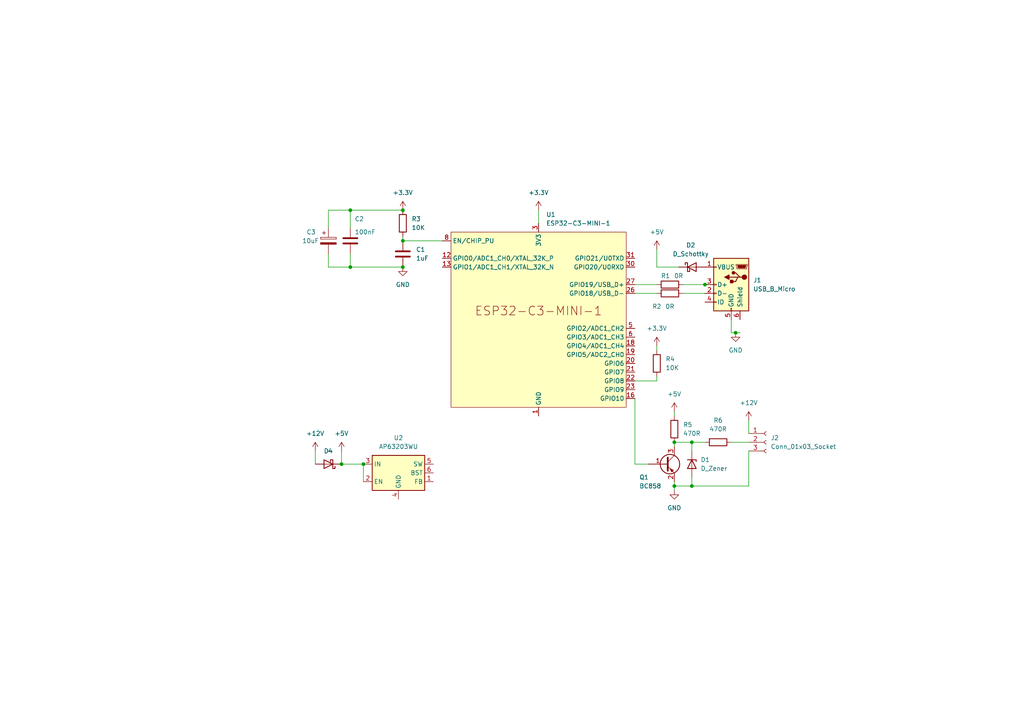
<source format=kicad_sch>
(kicad_sch (version 20230121) (generator eeschema)
  (paper "A4")
  (lib_symbols
    (symbol "Connector:Conn_01x03_Socket" (pin_names (offset 1.016) hide)
      (property "Reference" "J" (at 0 5.08 0))
      (property "Value" "Conn_01x03_Socket" (at 0 -5.08 0))
      (symbol "Conn_01x03_Socket_1_1"
        (arc (start 0 -2.032) (mid -0.5058 -2.54) (end 0 -3.048) (stroke (width 0.1524)))
        (polyline (pts (xy -1.27 -2.54) (xy -0.508 -2.54)) (stroke (width 0.1524)))
        (polyline (pts (xy -1.27 0) (xy -0.508 0)) (stroke (width 0.1524)))
        (polyline (pts (xy -1.27 2.54) (xy -0.508 2.54)) (stroke (width 0.1524)))
        (arc (start 0 0.508) (mid -0.5058 0) (end 0 -0.508) (stroke (width 0.1524)))
        (arc (start 0 3.048) (mid -0.5058 2.54) (end 0 2.032) (stroke (width 0.1524)))
        (pin passive line (at -5.08 2.54 0) (length 3.81) (name "Pin_1") (number "1"))
        (pin passive line (at -5.08 0 0) (length 3.81) (name "Pin_2") (number "2"))
        (pin passive line (at -5.08 -2.54 0) (length 3.81) (name "Pin_3") (number "3"))
      )
    )
    (symbol "Connector:USB_B_Micro" (pin_names (offset 1.016))
      (property "Reference" "J" (at -5.08 11.43 0))
      (property "Value" "USB_B_Micro" (at -5.08 8.89 0))
      (symbol "USB_B_Micro_0_1"
        (rectangle (start -5.08 -7.62) (end 5.08 7.62) (stroke (width 0.254)) (fill (type background)))
        (circle (center -3.81 2.159) (radius 0.635) (stroke (width 0.254)) (fill (type outline)))
        (circle (center -0.635 3.429) (radius 0.381) (stroke (width 0.254)) (fill (type outline)))
        (rectangle (start -0.127 -7.62) (end 0.127 -6.858))
        (polyline (pts (xy -1.905 2.159) (xy 0.635 2.159)) (stroke (width 0.254)))
        (polyline (pts (xy -3.175 2.159) (xy -2.54 2.159) (xy -1.27 3.429) (xy -0.635 3.429)) (stroke (width 0.254)))
        (polyline (pts (xy -2.54 2.159) (xy -1.905 2.159) (xy -1.27 0.889) (xy 0 0.889)) (stroke (width 0.254)))
        (polyline (pts (xy 0.635 2.794) (xy 0.635 1.524) (xy 1.905 2.159) (xy 0.635 2.794)) (stroke (width 0.254)) (fill (type outline)))
        (polyline (pts (xy -4.318 5.588) (xy -1.778 5.588) (xy -2.032 4.826) (xy -4.064 4.826) (xy -4.318 5.588)) (fill (type outline)))
        (polyline (pts (xy -4.699 5.842) (xy -4.699 5.588) (xy -4.445 4.826) (xy -4.445 4.572) (xy -1.651 4.572) (xy -1.651 4.826) (xy -1.397 5.588) (xy -1.397 5.842) (xy -4.699 5.842)))
        (rectangle (start 0.254 1.27) (end -0.508 0.508) (stroke (width 0.254)) (fill (type outline)))
        (rectangle (start 5.08 -5.207) (end 4.318 -4.953))
        (rectangle (start 5.08 -2.667) (end 4.318 -2.413))
        (rectangle (start 5.08 -0.127) (end 4.318 0.127))
        (rectangle (start 5.08 4.953) (end 4.318 5.207))
      )
      (symbol "USB_B_Micro_1_1"
        (pin power_out line (at 7.62 5.08 180) (length 2.54) (name "VBUS") (number "1"))
        (pin bidirectional line (at 7.62 -2.54 180) (length 2.54) (name "D-") (number "2"))
        (pin bidirectional line (at 7.62 0 180) (length 2.54) (name "D+") (number "3"))
        (pin passive line (at 7.62 -5.08 180) (length 2.54) (name "ID") (number "4"))
        (pin power_out line (at 0 -10.16 90) (length 2.54) (name "GND") (number "5"))
        (pin passive line (at -2.54 -10.16 90) (length 2.54) (name "Shield") (number "6"))
      )
    )
    (symbol "Device:C" (pin_numbers hide) (pin_names (offset 0.254))
      (property "Reference" "C" (at 0.635 2.54 0))
      (property "Value" "C" (at 0.635 -2.54 0))
      (symbol "C_0_1"
        (polyline (pts (xy -2.032 -0.762) (xy 2.032 -0.762)) (stroke (width 0.508)))
        (polyline (pts (xy -2.032 0.762) (xy 2.032 0.762)) (stroke (width 0.508)))
      )
      (symbol "C_1_1"
        (pin passive line (at 0 3.81 270) (length 2.794) (name "~") (number "1"))
        (pin passive line (at 0 -3.81 90) (length 2.794) (name "~") (number "2"))
      )
    )
    (symbol "Device:C_Polarized" (pin_numbers hide) (pin_names (offset 0.254))
      (property "Reference" "C" (at 0.635 2.54 0))
      (property "Value" "C_Polarized" (at 0.635 -2.54 0))
      (symbol "C_Polarized_0_1"
        (rectangle (start -2.286 0.508) (end 2.286 1.016))
        (polyline (pts (xy -1.778 2.286) (xy -0.762 2.286)))
        (polyline (pts (xy -1.27 2.794) (xy -1.27 1.778)))
        (rectangle (start 2.286 -0.508) (end -2.286 -1.016) (fill (type outline)))
      )
      (symbol "C_Polarized_1_1"
        (pin passive line (at 0 3.81 270) (length 2.794) (name "~") (number "1"))
        (pin passive line (at 0 -3.81 90) (length 2.794) (name "~") (number "2"))
      )
    )
    (symbol "Device:D_Schottky" (pin_numbers hide) (pin_names (offset 1.016) hide)
      (property "Reference" "D" (at 0 2.54 0))
      (property "Value" "D_Schottky" (at 0 -2.54 0))
      (symbol "D_Schottky_0_1"
        (polyline (pts (xy 1.27 0) (xy -1.27 0)))
        (polyline (pts (xy 1.27 1.27) (xy 1.27 -1.27) (xy -1.27 0) (xy 1.27 1.27)) (stroke (width 0.254)))
        (polyline (pts (xy -1.905 0.635) (xy -1.905 1.27) (xy -1.27 1.27) (xy -1.27 -1.27) (xy -0.635 -1.27) (xy -0.635 -0.635)) (stroke (width 0.254)))
      )
      (symbol "D_Schottky_1_1"
        (pin passive line (at -3.81 0 0) (length 2.54) (name "K") (number "1"))
        (pin passive line (at 3.81 0 180) (length 2.54) (name "A") (number "2"))
      )
    )
    (symbol "Device:D_Zener" (pin_numbers hide) (pin_names (offset 1.016) hide)
      (property "Reference" "D" (at 0 2.54 0))
      (property "Value" "D_Zener" (at 0 -2.54 0))
      (symbol "D_Zener_0_1"
        (polyline (pts (xy 1.27 0) (xy -1.27 0)))
        (polyline (pts (xy -1.27 -1.27) (xy -1.27 1.27) (xy -0.762 1.27)) (stroke (width 0.254)))
        (polyline (pts (xy 1.27 -1.27) (xy 1.27 1.27) (xy -1.27 0) (xy 1.27 -1.27)) (stroke (width 0.254)))
      )
      (symbol "D_Zener_1_1"
        (pin passive line (at -3.81 0 0) (length 2.54) (name "K") (number "1"))
        (pin passive line (at 3.81 0 180) (length 2.54) (name "A") (number "2"))
      )
    )
    (symbol "Device:R" (pin_numbers hide) (pin_names (offset 0))
      (property "Reference" "R" (at 2.032 0 90))
      (property "Value" "R" (at 0 0 90))
      (symbol "R_0_1"
        (rectangle (start -1.016 -2.54) (end 1.016 2.54) (stroke (width 0.254)))
      )
      (symbol "R_1_1"
        (pin passive line (at 0 3.81 270) (length 1.27) (name "~") (number "1"))
        (pin passive line (at 0 -3.81 90) (length 1.27) (name "~") (number "2"))
      )
    )
    (symbol "PCM_Espressif:ESP32-C3-MINI-1"
      (property "Reference" "U" (at -25.4 30.48 0))
      (property "Value" "ESP32-C3-MINI-1" (at -25.4 27.94 0))
      (symbol "ESP32-C3-MINI-1_0_0"
        (text "ESP32-C3-MINI-1" (at 0 2.54 0) (effects (font (size 2.54 2.54))))
      )
      (symbol "ESP32-C3-MINI-1_0_1"
        (rectangle (start -25.4 25.4) (end 25.4 -25.4) (fill (type background)))
      )
      (symbol "ESP32-C3-MINI-1_1_1"
        (pin power_in line (at 0 -27.94 90) (length 2.54) (name "GND") (number "1"))
        (pin no_connect line (at -25.4 2.54 0) (length 2.54) hide (name "NC") (number "10"))
        (pin passive line (at 0 -27.94 90) (length 2.54) hide (name "GND") (number "11"))
        (pin bidirectional line (at -27.94 17.78 0) (length 2.54) (name "GPIO0/ADC1_CH0/XTAL_32K_P") (number "12"))
        (pin bidirectional line (at -27.94 15.24 0) (length 2.54) (name "GPIO1/ADC1_CH1/XTAL_32K_N") (number "13"))
        (pin passive line (at 0 -27.94 90) (length 2.54) hide (name "GND") (number "14"))
        (pin no_connect line (at -25.4 0 0) (length 2.54) hide (name "NC") (number "15"))
        (pin bidirectional line (at 27.94 -22.86 180) (length 2.54) (name "GPIO10") (number "16"))
        (pin no_connect line (at -25.4 -2.54 0) (length 2.54) hide (name "NC") (number "17"))
        (pin bidirectional line (at 27.94 -7.62 180) (length 2.54) (name "GPIO4/ADC1_CH4") (number "18"))
        (pin bidirectional line (at 27.94 -10.16 180) (length 2.54) (name "GPIO5/ADC2_CH0") (number "19"))
        (pin passive line (at 0 -27.94 90) (length 2.54) hide (name "GND") (number "2"))
        (pin bidirectional line (at 27.94 -12.7 180) (length 2.54) (name "GPIO6") (number "20"))
        (pin bidirectional line (at 27.94 -15.24 180) (length 2.54) (name "GPIO7") (number "21"))
        (pin bidirectional line (at 27.94 -17.78 180) (length 2.54) (name "GPIO8") (number "22"))
        (pin bidirectional line (at 27.94 -20.32 180) (length 2.54) (name "GPIO9") (number "23"))
        (pin no_connect line (at -25.4 -5.08 0) (length 2.54) hide (name "NC") (number "24"))
        (pin no_connect line (at -25.4 -7.62 0) (length 2.54) hide (name "NC") (number "25"))
        (pin bidirectional line (at 27.94 7.62 180) (length 2.54) (name "GPIO18/USB_D-") (number "26"))
        (pin bidirectional line (at 27.94 10.16 180) (length 2.54) (name "GPIO19/USB_D+") (number "27"))
        (pin no_connect line (at -25.4 -10.16 0) (length 2.54) hide (name "NC") (number "28"))
        (pin no_connect line (at -25.4 -12.7 0) (length 2.54) hide (name "NC") (number "29"))
        (pin power_in line (at 0 27.94 270) (length 2.54) (name "3V3") (number "3"))
        (pin bidirectional line (at 27.94 15.24 180) (length 2.54) (name "GPIO20/U0RXD") (number "30"))
        (pin bidirectional line (at 27.94 17.78 180) (length 2.54) (name "GPIO21/U0TXD") (number "31"))
        (pin no_connect line (at -25.4 -15.24 0) (length 2.54) hide (name "NC") (number "32"))
        (pin no_connect line (at -25.4 -17.78 0) (length 2.54) hide (name "NC") (number "33"))
        (pin no_connect line (at -25.4 -20.32 0) (length 2.54) hide (name "NC") (number "34"))
        (pin no_connect line (at -25.4 -22.86 0) (length 2.54) hide (name "NC") (number "35"))
        (pin passive line (at 0 -27.94 90) (length 2.54) hide (name "GND") (number "36"))
        (pin passive line (at 0 -27.94 90) (length 2.54) hide (name "GND") (number "37"))
        (pin passive line (at 0 -27.94 90) (length 2.54) hide (name "GND") (number "38"))
        (pin passive line (at 0 -27.94 90) (length 2.54) hide (name "GND") (number "39"))
        (pin no_connect line (at -25.4 10.16 0) (length 2.54) hide (name "NC") (number "4"))
        (pin passive line (at 0 -27.94 90) (length 2.54) hide (name "GND") (number "40"))
        (pin passive line (at 0 -27.94 90) (length 2.54) hide (name "GND") (number "41"))
        (pin passive line (at 0 -27.94 90) (length 2.54) hide (name "GND") (number "42"))
        (pin passive line (at 0 -27.94 90) (length 2.54) hide (name "GND") (number "43"))
        (pin passive line (at 0 -27.94 90) (length 2.54) hide (name "GND") (number "44"))
        (pin passive line (at 0 -27.94 90) (length 2.54) hide (name "GND") (number "45"))
        (pin passive line (at 0 -27.94 90) (length 2.54) hide (name "GND") (number "46"))
        (pin passive line (at 0 -27.94 90) (length 2.54) hide (name "GND") (number "47"))
        (pin passive line (at 0 -27.94 90) (length 2.54) hide (name "GND") (number "48"))
        (pin passive line (at 0 -27.94 90) (length 2.54) hide (name "GND") (number "49"))
        (pin bidirectional line (at 27.94 -2.54 180) (length 2.54) (name "GPIO2/ADC1_CH2") (number "5"))
        (pin passive line (at 0 -27.94 90) (length 2.54) hide (name "GND") (number "50"))
        (pin passive line (at 0 -27.94 90) (length 2.54) hide (name "GND") (number "51"))
        (pin passive line (at 0 -27.94 90) (length 2.54) hide (name "GND") (number "52"))
        (pin passive line (at 0 -27.94 90) (length 2.54) hide (name "GND") (number "53"))
        (pin bidirectional line (at 27.94 -5.08 180) (length 2.54) (name "GPIO3/ADC1_CH3") (number "6"))
        (pin no_connect line (at -25.4 7.62 0) (length 2.54) hide (name "NC") (number "7"))
        (pin input line (at -27.94 22.86 0) (length 2.54) (name "EN/CHIP_PU") (number "8"))
        (pin no_connect line (at -25.4 5.08 0) (length 2.54) hide (name "NC") (number "9"))
      )
    )
    (symbol "Regulator_Switching:AP63203WU"
      (property "Reference" "U" (at -7.62 6.35 0))
      (property "Value" "AP63203WU" (at 2.54 6.35 0))
      (symbol "AP63203WU_0_1"
        (rectangle (start -7.62 5.08) (end 7.62 -5.08) (stroke (width 0.254)) (fill (type background)))
      )
      (symbol "AP63203WU_1_1"
        (pin input line (at 10.16 -2.54 180) (length 2.54) (name "FB") (number "1"))
        (pin input line (at -10.16 -2.54 0) (length 2.54) (name "EN") (number "2"))
        (pin power_in line (at -10.16 2.54 0) (length 2.54) (name "IN") (number "3"))
        (pin power_in line (at 0 -7.62 90) (length 2.54) (name "GND") (number "4"))
        (pin output line (at 10.16 2.54 180) (length 2.54) (name "SW") (number "5"))
        (pin passive line (at 10.16 0 180) (length 2.54) (name "BST") (number "6"))
      )
    )
    (symbol "Transistor_BJT:BC858" (pin_names (offset 0) hide)
      (property "Reference" "Q" (at 5.08 1.905 0))
      (property "Value" "BC858" (at 5.08 0 0))
      (symbol "BC858_0_1"
        (polyline (pts (xy 0.635 0.635) (xy 2.54 2.54)))
        (polyline (pts (xy 0.635 -0.635) (xy 2.54 -2.54) (xy 2.54 -2.54)))
        (polyline (pts (xy 0.635 1.905) (xy 0.635 -1.905) (xy 0.635 -1.905)) (stroke (width 0.508)))
        (polyline (pts (xy 2.286 -1.778) (xy 1.778 -2.286) (xy 1.27 -1.27) (xy 2.286 -1.778) (xy 2.286 -1.778)) (fill (type outline)))
        (circle (center 1.27 0) (radius 2.8194) (stroke (width 0.254)))
      )
      (symbol "BC858_1_1"
        (pin input line (at -5.08 0 0) (length 5.715) (name "B") (number "1"))
        (pin passive line (at 2.54 -5.08 90) (length 2.54) (name "E") (number "2"))
        (pin passive line (at 2.54 5.08 270) (length 2.54) (name "C") (number "3"))
      )
    )
    (symbol "power:+12V" (power) (pin_names (offset 0))
      (property "Value" "+12V" (at 0 3.556 0))
      (symbol "+12V_0_1"
        (polyline (pts (xy -0.762 1.27) (xy 0 2.54)))
        (polyline (pts (xy 0 0) (xy 0 2.54)))
        (polyline (pts (xy 0 2.54) (xy 0.762 1.27)))
      )
      (symbol "+12V_1_1"
        (pin power_in line (at 0 0 90) (length 0) hide (name "+12V") (number "1"))
      )
    )
    (symbol "power:+3.3V" (power) (pin_names (offset 0))
      (property "Value" "+3.3V" (at 0 3.556 0))
      (symbol "+3.3V_0_1"
        (polyline (pts (xy -0.762 1.27) (xy 0 2.54)))
        (polyline (pts (xy 0 0) (xy 0 2.54)))
        (polyline (pts (xy 0 2.54) (xy 0.762 1.27)))
      )
      (symbol "+3.3V_1_1"
        (pin power_in line (at 0 0 90) (length 0) hide (name "+3.3V") (number "1"))
      )
    )
    (symbol "power:+5V" (power) (pin_names (offset 0))
      (property "Value" "+5V" (at 0 3.556 0))
      (symbol "+5V_0_1"
        (polyline (pts (xy -0.762 1.27) (xy 0 2.54)))
        (polyline (pts (xy 0 0) (xy 0 2.54)))
        (polyline (pts (xy 0 2.54) (xy 0.762 1.27)))
      )
      (symbol "+5V_1_1"
        (pin power_in line (at 0 0 90) (length 0) hide (name "+5V") (number "1"))
      )
    )
    (symbol "power:GND" (power) (pin_names (offset 0))
      (property "Value" "GND" (at 0 -3.81 0))
      (symbol "GND_0_1"
        (polyline (pts (xy 0 0) (xy 0 -1.27) (xy 1.27 -1.27) (xy 0 -2.54) (xy -1.27 -1.27) (xy 0 -1.27)))
      )
      (symbol "GND_1_1"
        (pin power_in line (at 0 0 270) (length 0) hide (name "GND") (number "1"))
      )
    )
  )
  (junction (at 204.47 82.55))
  (junction (at 195.58 128.27))
  (junction (at 101.6 77.47))
  (junction (at 213.36 96.52))
  (junction (at 116.84 77.47))
  (junction (at 105.41 134.62))
  (junction (at 195.58 140.97))
  (junction (at 116.84 69.85))
  (junction (at 200.66 140.97))
  (junction (at 101.6 60.96))
  (junction (at 99.06 134.62))
  (junction (at 116.84 60.96))
  (junction (at 200.66 128.27))
  (wire (pts (xy 196.85 77.47) (xy 190.5 77.47)))
  (wire (pts (xy 190.5 77.47) (xy 190.5 72.39)))
  (wire (pts (xy 99.06 134.62) (xy 105.41 134.62)))
  (wire (pts (xy 195.58 128.27) (xy 195.58 129.54)))
  (wire (pts (xy 195.58 139.7) (xy 195.58 140.97)))
  (wire (pts (xy 217.17 121.92) (xy 217.17 125.73)))
  (wire (pts (xy 101.6 77.47) (xy 116.84 77.47)))
  (wire (pts (xy 200.66 138.43) (xy 200.66 140.97)))
  (wire (pts (xy 195.58 140.97) (xy 195.58 142.24)))
  (wire (pts (xy 195.58 128.27) (xy 200.66 128.27)))
  (wire (pts (xy 116.84 69.85) (xy 116.84 68.58)))
  (wire (pts (xy 217.17 130.81) (xy 217.17 140.97)))
  (wire (pts (xy 95.25 73.66) (xy 95.25 77.47)))
  (wire (pts (xy 212.09 96.52) (xy 213.36 96.52)))
  (wire (pts (xy 190.5 109.22) (xy 190.5 110.49)))
  (wire (pts (xy 95.25 77.47) (xy 101.6 77.47)))
  (wire (pts (xy 200.66 128.27) (xy 204.47 128.27)))
  (wire (pts (xy 184.15 85.09) (xy 190.5 85.09)))
  (wire (pts (xy 184.15 134.62) (xy 184.15 115.57)))
  (wire (pts (xy 190.5 100.33) (xy 190.5 101.6)))
  (wire (pts (xy 101.6 60.96) (xy 101.6 66.04)))
  (wire (pts (xy 190.5 82.55) (xy 184.15 82.55)))
  (wire (pts (xy 101.6 60.96) (xy 116.84 60.96)))
  (wire (pts (xy 195.58 119.38) (xy 195.58 120.65)))
  (wire (pts (xy 212.09 128.27) (xy 217.17 128.27)))
  (wire (pts (xy 204.47 82.55) (xy 205.74 82.55)))
  (wire (pts (xy 212.09 92.71) (xy 212.09 96.52)))
  (wire (pts (xy 200.66 140.97) (xy 195.58 140.97)))
  (wire (pts (xy 214.63 96.52) (xy 213.36 96.52)))
  (wire (pts (xy 184.15 110.49) (xy 190.5 110.49)))
  (wire (pts (xy 91.44 130.81) (xy 91.44 134.62)))
  (wire (pts (xy 217.17 140.97) (xy 200.66 140.97)))
  (wire (pts (xy 198.12 82.55) (xy 204.47 82.55)))
  (wire (pts (xy 187.96 134.62) (xy 184.15 134.62)))
  (wire (pts (xy 198.12 85.09) (xy 204.47 85.09)))
  (wire (pts (xy 105.41 134.62) (xy 105.41 139.7)))
  (wire (pts (xy 101.6 73.66) (xy 101.6 77.47)))
  (wire (pts (xy 95.25 60.96) (xy 101.6 60.96)))
  (wire (pts (xy 95.25 66.04) (xy 95.25 60.96)))
  (wire (pts (xy 99.06 130.81) (xy 99.06 134.62)))
  (wire (pts (xy 128.27 69.85) (xy 116.84 69.85)))
  (wire (pts (xy 200.66 128.27) (xy 200.66 130.81)))
  (wire (pts (xy 156.21 60.96) (xy 156.21 64.77)))
  (symbol (lib_id "Device:D_Schottky") (at 95.25 134.62 180) (unit 1)
    (property "Reference" "D4" (at 95.25 130.81 0))
    (property "Value" "~" (at 95.5675 130.81 0))
  )
  (symbol (lib_id "Connector:USB_B_Micro") (at 212.09 82.55 0) (mirror y) (unit 1)
    (property "Reference" "J1" (at 218.44 81.28 0) (effects (justify right)))
    (property "Value" "USB_B_Micro" (at 218.44 83.82 0) (effects (justify right)))
  )
  (symbol (lib_id "power:+12V") (at 91.44 130.81 0) (unit 1)
    (property "Reference" "#PWR014" (effects hide))
    (property "Value" "+12V" (at 91.44 125.73 0))
  )
  (symbol (lib_id "power:+3.3V") (at 190.5 100.33 0) (unit 1)
    (property "Reference" "#PWR05" (effects hide))
    (property "Value" "+3.3V" (at 190.5 95.25 0))
  )
  (symbol (lib_id "Device:R") (at 195.58 124.46 180) (unit 1)
    (property "Reference" "R5" (at 198.12 123.19 0) (effects (justify right)))
    (property "Value" "470R" (at 198.12 125.73 0) (effects (justify right)))
  )
  (symbol (lib_id "power:+3.3V") (at 156.21 60.96 0) (unit 1)
    (property "Reference" "#PWR03" (effects hide))
    (property "Value" "+3.3V" (at 156.21 55.88 0))
  )
  (symbol (lib_id "Device:R") (at 194.31 85.09 90) (unit 1)
    (property "Reference" "R2" (at 190.5 88.9 90))
    (property "Value" "0R" (at 194.31 88.9 90))
  )
  (symbol (lib_id "Device:C") (at 116.84 73.66 0) (unit 1)
    (property "Reference" "C1" (at 120.65 72.39 0) (effects (justify left)))
    (property "Value" "1uF" (at 120.65 74.93 0) (effects (justify left)))
  )
  (symbol (lib_id "power:GND") (at 195.58 142.24 0) (unit 1)
    (property "Reference" "#PWR07" (effects hide))
    (property "Value" "GND" (at 195.58 147.32 0))
  )
  (symbol (lib_id "Device:C") (at 101.6 69.85 0) (unit 1)
    (property "Reference" "C2" (at 102.87 63.5 0) (effects (justify left)))
    (property "Value" "100nF" (at 102.87 67.31 0) (effects (justify left)))
  )
  (symbol (lib_id "Regulator_Switching:AP63203WU") (at 115.57 137.16 0) (unit 1)
    (property "Reference" "U2" (at 115.57 127 0))
    (property "Value" "AP63203WU" (at 115.57 129.54 0))
    (property "Footprint" "Package_TO_SOT_SMD:TSOT-23-6" (effects hide))
    (property "Datasheet" "https://www.diodes.com/assets/Datasheets/AP63200-AP63201-AP63203-AP63205.pdf" (effects hide))
  )
  (symbol (lib_id "PCM_Espressif:ESP32-C3-MINI-1") (at 156.21 92.71 0) (unit 1)
    (property "Reference" "U1" (at 158.4041 62.23 0) (effects (justify left)))
    (property "Value" "ESP32-C3-MINI-1" (at 158.4041 64.77 0) (effects (justify left)))
    (property "Footprint" "PCM_Espressif:ESP32-C3-MINI-1" (effects hide))
    (property "Datasheet" "https://www.espressif.com/sites/default/files/documentation/esp32-c3-mini-1_datasheet_en.pdf" (effects hide))
  )
  (symbol (lib_id "power:+3.3V") (at 116.84 60.96 0) (unit 1)
    (property "Reference" "#PWR02" (effects hide))
    (property "Value" "+3.3V" (at 116.84 55.88 0))
  )
  (symbol (lib_id "Device:D_Schottky") (at 200.66 77.47 0) (unit 1)
    (property "Reference" "D2" (at 200.3425 71.12 0))
    (property "Value" "D_Schottky" (at 200.3425 73.66 0))
  )
  (symbol (lib_id "power:+12V") (at 217.17 121.92 0) (unit 1)
    (property "Reference" "#PWR011" (effects hide))
    (property "Value" "+12V" (at 217.17 116.84 0))
  )
  (symbol (lib_id "power:+5V") (at 195.58 119.38 0) (unit 1)
    (property "Reference" "#PWR06" (effects hide))
    (property "Value" "+5V" (at 195.58 114.3 0))
  )
  (symbol (lib_id "Connector:Conn_01x03_Socket") (at 222.25 128.27 0) (unit 1)
    (property "Reference" "J2" (at 223.52 127 0) (effects (justify left)))
    (property "Value" "Conn_01x03_Socket" (at 223.52 129.54 0) (effects (justify left)))
  )
  (symbol (lib_id "Device:D_Zener") (at 200.66 134.62 270) (unit 1)
    (property "Reference" "D1" (at 203.2 133.35 90) (effects (justify left)))
    (property "Value" "D_Zener" (at 203.2 135.89 90) (effects (justify left)))
  )
  (symbol (lib_id "power:GND") (at 213.36 96.52 0) (unit 1)
    (property "Reference" "#PWR01" (effects hide))
    (property "Value" "GND" (at 213.36 101.6 0))
  )
  (symbol (lib_id "Transistor_BJT:BC858") (at 193.04 134.62 0) (unit 1)
    (property "Reference" "Q1" (at 185.42 138.43 0) (effects (justify left)))
    (property "Value" "BC858" (at 185.42 140.97 0) (effects (justify left)))
    (property "Footprint" "Package_TO_SOT_SMD:SOT-23" (effects hide))
    (property "Datasheet" "https://www.onsemi.com/pub/Collateral/BC860-D.pdf" (effects hide))
  )
  (symbol (lib_id "Device:R") (at 116.84 64.77 0) (unit 1)
    (property "Reference" "R3" (at 119.38 63.5 0) (effects (justify left)))
    (property "Value" "10K" (at 119.38 66.04 0) (effects (justify left)))
  )
  (symbol (lib_id "Device:R") (at 208.28 128.27 90) (unit 1)
    (property "Reference" "R6" (at 208.28 121.92 90))
    (property "Value" "470R" (at 208.28 124.46 90))
  )
  (symbol (lib_id "Device:C_Polarized") (at 95.25 69.85 0) (unit 1)
    (property "Reference" "C3" (at 88.9 67.31 0) (effects (justify left)))
    (property "Value" "10uF" (at 87.63 69.85 0) (effects (justify left)))
  )
  (symbol (lib_id "power:+5V") (at 99.06 130.81 0) (unit 1)
    (property "Reference" "#PWR013" (effects hide))
    (property "Value" "+5V" (at 99.06 125.73 0))
  )
  (symbol (lib_id "power:+5V") (at 190.5 72.39 0) (unit 1)
    (property "Reference" "#PWR012" (effects hide))
    (property "Value" "+5V" (at 190.5 67.31 0))
  )
  (symbol (lib_id "Device:R") (at 194.31 82.55 90) (unit 1)
    (property "Reference" "R1" (at 193.04 80.01 90))
    (property "Value" "0R" (at 196.85 80.01 90))
  )
  (symbol (lib_id "Device:R") (at 190.5 105.41 0) (unit 1)
    (property "Reference" "R4" (at 193.04 104.14 0) (effects (justify left)))
    (property "Value" "10K" (at 193.04 106.68 0) (effects (justify left)))
  )
  (symbol (lib_id "power:GND") (at 116.84 77.47 0) (unit 1)
    (property "Reference" "#PWR04" (effects hide))
    (property "Value" "GND" (at 116.84 82.55 0))
  )
)
</source>
